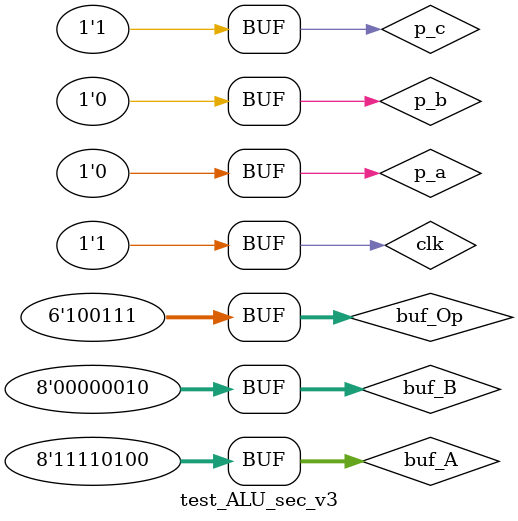
<source format=v>
`timescale 1ns / 1ps


module test_ALU_sec_v3;
	
	// Paramatros ALU
	parameter msb = 7;
	
	// Inputs
	reg [msb:0] buf_A;
	reg [msb:0] buf_B;
	reg [5:0] buf_Op;
	reg p_a;
	reg p_b;
	reg p_c;
	reg clk;

	// Outputs
	wire [msb:0] buf_R;
	wire cout;
	wire ovf;

	// Instantiate the Unit Under Test (UUT)
	ALU_sec uut (
		.buf_A(buf_A), 
		.buf_B(buf_B), 
		.buf_Op(buf_Op), 
		.p_a(p_a), 
		.p_b(p_b), 
		.p_c(p_c), 
		.buf_R(buf_R), 
		.clk(clk),
		.cout(cout),
		.ovf(ovf)
	);

	initial begin
		// Initialize Inputs
		buf_A = 20; // Cargamos B
		buf_B = 0;
		buf_Op = 6'b100100;
		p_a = 1; // pulsamos carga de A
		p_b = 0;
		p_c = 0;

		// Wait 100 ns for global reset to finish
		// Add stimulus here
		#100; // Cargamos A
		buf_B = 7;
		p_a = 0;
		p_b = 1; // pulsamos carga de B
		p_c = 0;
		
		#100; // Cargamos operacion suma
		buf_Op = 6'b100000; // ADD
		p_a = 0;
		p_b = 0;
		p_c = 1; // pulsamos para cargar operacion
		
		#100; // dejamos lapso sin pulsar, para verificar funcionamiento de proxima op
		buf_Op = 0;
		p_a = 0;
		p_b = 0;
		p_c = 0;
		
		#100; // Cargamos operacion resta
		buf_Op = 6'b100010; // SUB
		p_a = 0;
		p_b = 0;
		p_c = 1; // pulsamos para cargar operacion
		
		#100; // Cargamo operacion and
		buf_Op = 6'b100100;// AND
		p_a = 0;
		p_b = 0;
		p_c = 1; // pulsamos para cargr la operacion
		
		#100; // Cargamos operacion or
		buf_Op = 6'b100101; // OR
		p_a = 0;
		p_b = 0;
		p_c = 1; // pulsamos para cargar operacion
		
		#100; // Cargamos operacion xor
		buf_Op = 6'b100110; // XOR
		p_a = 0;
		p_b = 0;
		p_c = 1; // pulsamos para cargar operacion
		
		#100; // dejamos lapso sin pulsar, para verificar funcionamiento de proxima op
		buf_Op = 0;
		buf_B = 2;// cargamos op B con 2, para desplazar 2 lugares
		p_a = 0;
		p_b = 1; // pulsamos para carga de op B
		p_c = 0;
		
		#100; // dejamos lapso sin pulsar, para verificar funcionamiento de proxima op
		buf_Op = 6'b000011;
		buf_A = -12; // cargamos operador A con negativo para verificar sra
		p_a = 1;// pulsamos para cargar A
		p_b = 0;
		p_c = 0;
		
		#100; // Cargamos operacion desplazamiento sra
		buf_Op = 6'b000011; // SRA
		p_a = 0;
		p_b = 0;
		p_c = 1; // pulsamos para cargar operacion
		
		#100; // Cargamos operacion desplazamiento srl
		buf_Op = 6'b000010; // SRL
		p_a = 0;
		p_b = 0;
		p_c = 1; // pulsamos para cargar operacion
		
		#100; // Cargamos operacion nor
		buf_Op = 6'b100111; // NOR
		p_a = 0;
		p_b = 0;
		p_c = 1; // pulsamos para cargar operacion

	end
	
	// Generacion de clock en circuito secuencial
	always begin
		clk = 1'b0;
		#(100/2) clk = 1'b1;
		#(100/2);
	
	end
	
	// Analisis
	initial $monitor($time, buf_A, buf_B, buf_Op, buf_R, p_a, p_b, p_c, cout);
      
endmodule


</source>
